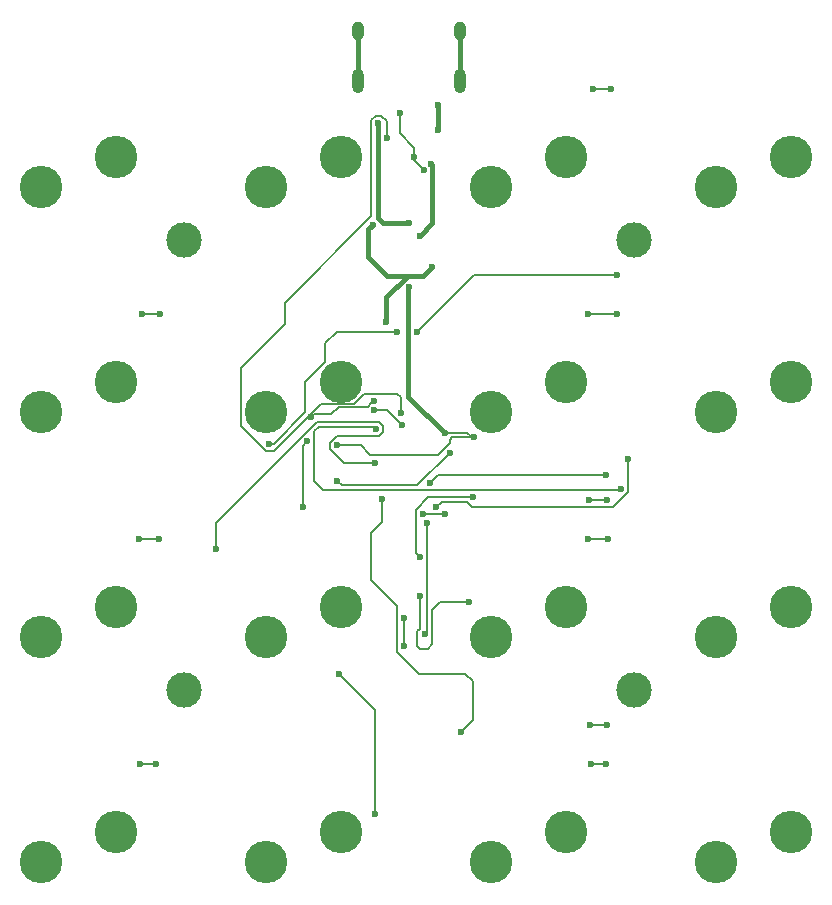
<source format=gbr>
%TF.GenerationSoftware,KiCad,Pcbnew,8.0.8*%
%TF.CreationDate,2025-02-19T09:22:26+05:45*%
%TF.ProjectId,MacroPad PCB,4d616372-6f50-4616-9420-5043422e6b69,rev?*%
%TF.SameCoordinates,Original*%
%TF.FileFunction,Copper,L1,Top*%
%TF.FilePolarity,Positive*%
%FSLAX46Y46*%
G04 Gerber Fmt 4.6, Leading zero omitted, Abs format (unit mm)*
G04 Created by KiCad (PCBNEW 8.0.8) date 2025-02-19 09:22:26*
%MOMM*%
%LPD*%
G01*
G04 APERTURE LIST*
%TA.AperFunction,ComponentPad*%
%ADD10C,3.000000*%
%TD*%
%TA.AperFunction,ComponentPad*%
%ADD11C,3.600000*%
%TD*%
%TA.AperFunction,ComponentPad*%
%ADD12O,1.000000X1.600000*%
%TD*%
%TA.AperFunction,ComponentPad*%
%ADD13O,1.000000X2.100000*%
%TD*%
%TA.AperFunction,ViaPad*%
%ADD14C,0.600000*%
%TD*%
%TA.AperFunction,Conductor*%
%ADD15C,0.200000*%
%TD*%
%TA.AperFunction,Conductor*%
%ADD16C,0.400000*%
%TD*%
G04 APERTURE END LIST*
D10*
%TO.P,,1*%
%TO.N,N/C*%
X73455118Y-41380000D03*
%TD*%
%TO.P,,1*%
%TO.N,N/C*%
X73455118Y-79480000D03*
%TD*%
%TO.P,,1*%
%TO.N,N/C*%
X35355118Y-41380000D03*
%TD*%
%TO.P,,1*%
%TO.N,N/C*%
X35355118Y-79480000D03*
%TD*%
D11*
%TO.P,S12,1,1*%
%TO.N,Column 4*%
X86790118Y-53445000D03*
%TO.P,S12,2,2*%
%TO.N,Net-(D12-A)*%
X80440118Y-55985000D03*
%TD*%
D12*
%TO.P,J1,S1,SHIELD*%
%TO.N,GND*%
X50085118Y-23730000D03*
D13*
X50085118Y-27910000D03*
D12*
X58725118Y-23730000D03*
D13*
X58725118Y-27910000D03*
%TD*%
D11*
%TO.P,S6,1,1*%
%TO.N,Column 2*%
X48690118Y-72495000D03*
%TO.P,S6,2,2*%
%TO.N,Net-(D6-A)*%
X42340118Y-75035000D03*
%TD*%
%TO.P,S9,1,1*%
%TO.N,Column 1*%
X29640118Y-53445000D03*
%TO.P,S9,2,2*%
%TO.N,Net-(D9-A)*%
X23290118Y-55985000D03*
%TD*%
%TO.P,S7,1,1*%
%TO.N,Column 3*%
X67740118Y-72495000D03*
%TO.P,S7,2,2*%
%TO.N,Net-(D7-A)*%
X61390118Y-75035000D03*
%TD*%
%TO.P,S3,1,1*%
%TO.N,Column 3*%
X67740118Y-91545000D03*
%TO.P,S3,2,2*%
%TO.N,Net-(D3-A)*%
X61390118Y-94085000D03*
%TD*%
%TO.P,S16,1,1*%
%TO.N,Column 4*%
X86790118Y-34395000D03*
%TO.P,S16,2,2*%
%TO.N,Net-(D16-A)*%
X80440118Y-36935000D03*
%TD*%
%TO.P,S14,1,1*%
%TO.N,Column 2*%
X48690118Y-34395000D03*
%TO.P,S14,2,2*%
%TO.N,Net-(D14-A)*%
X42340118Y-36935000D03*
%TD*%
%TO.P,S15,1,1*%
%TO.N,Column 3*%
X67740118Y-34395000D03*
%TO.P,S15,2,2*%
%TO.N,Net-(D15-A)*%
X61390118Y-36935000D03*
%TD*%
%TO.P,S11,1,1*%
%TO.N,Column 3*%
X67740118Y-53445000D03*
%TO.P,S11,2,2*%
%TO.N,Net-(D11-A)*%
X61390118Y-55985000D03*
%TD*%
%TO.P,S13,1,1*%
%TO.N,Column 1*%
X29640118Y-34395000D03*
%TO.P,S13,2,2*%
%TO.N,Net-(D13-A)*%
X23290118Y-36935000D03*
%TD*%
%TO.P,S10,1,1*%
%TO.N,Column 2*%
X48685118Y-53445000D03*
%TO.P,S10,2,2*%
%TO.N,Net-(D10-A)*%
X42335118Y-55985000D03*
%TD*%
%TO.P,S8,1,1*%
%TO.N,Column 4*%
X86790118Y-72495000D03*
%TO.P,S8,2,2*%
%TO.N,Net-(D8-A)*%
X80440118Y-75035000D03*
%TD*%
%TO.P,S1,1,1*%
%TO.N,Column 1*%
X29640118Y-91545000D03*
%TO.P,S1,2,2*%
%TO.N,Net-(D1-A)*%
X23290118Y-94085000D03*
%TD*%
%TO.P,S4,1,1*%
%TO.N,Column 4*%
X86790118Y-91545000D03*
%TO.P,S4,2,2*%
%TO.N,Net-(D4-A)*%
X80440118Y-94085000D03*
%TD*%
%TO.P,S2,1,1*%
%TO.N,Column 2*%
X48690118Y-91545000D03*
%TO.P,S2,2,2*%
%TO.N,Net-(D2-A)*%
X42340118Y-94085000D03*
%TD*%
%TO.P,S5,1,1*%
%TO.N,Column 1*%
X29640118Y-72495000D03*
%TO.P,S5,2,2*%
%TO.N,Net-(D5-A)*%
X23290118Y-75035000D03*
%TD*%
D14*
%TO.N,Net-(D1-A)*%
X33055118Y-85755000D03*
X31655118Y-85755000D03*
%TO.N,Net-(D3-A)*%
X71155118Y-85755000D03*
X69830118Y-85755000D03*
%TO.N,Net-(D5-A)*%
X31605118Y-66705000D03*
X33305118Y-66705000D03*
%TO.N,Net-(D7-A)*%
X69605118Y-66705000D03*
X71280118Y-66705000D03*
%TO.N,Net-(D9-A)*%
X31815118Y-47655000D03*
X33380118Y-47655000D03*
%TO.N,Net-(D11-A)*%
X72030118Y-47655000D03*
X69605118Y-47655000D03*
%TO.N,Net-(D15-A)*%
X71505118Y-28605000D03*
X70055118Y-28605000D03*
%TO.N,GND*%
X59830118Y-63180000D03*
X59505118Y-72090000D03*
X51355118Y-40130000D03*
X57905118Y-59405000D03*
X48380118Y-61780000D03*
X54405118Y-39980000D03*
X55392017Y-68257735D03*
X56405118Y-43705000D03*
X52530118Y-48380000D03*
X51855118Y-31480000D03*
X55392017Y-71543371D03*
%TO.N,+3V3*%
X57455118Y-57735000D03*
X54055118Y-73410000D03*
X54055118Y-75740000D03*
X54405118Y-45380000D03*
X48380118Y-58805000D03*
X59905118Y-58105000D03*
%TO.N,+5V*%
X55355118Y-41030000D03*
X56305118Y-34930000D03*
%TO.N,VBUS*%
X56921543Y-30013575D03*
X56905118Y-32130000D03*
%TO.N,D+*%
X53639726Y-30614608D03*
X55725093Y-35499975D03*
X54855118Y-34380000D03*
%TO.N,BOOT0*%
X55955118Y-65405000D03*
X55755118Y-74780000D03*
%TO.N,Row 1*%
X38080118Y-67530000D03*
X69780118Y-82455000D03*
X51555118Y-60255000D03*
X71180118Y-82455000D03*
%TO.N,Row 2*%
X69705118Y-63380000D03*
X71180118Y-63380000D03*
%TO.N,Row 3*%
X53405118Y-49180000D03*
X57505118Y-64630000D03*
X42605118Y-58655000D03*
X55605118Y-64580000D03*
X72055118Y-44355000D03*
X55080118Y-49180000D03*
X56230118Y-61955000D03*
X71115118Y-61330000D03*
%TO.N,Row 4*%
X73005118Y-59955000D03*
X56758766Y-64030000D03*
%TO.N,Column 1*%
X53855118Y-57055000D03*
X51505118Y-55805000D03*
%TO.N,Column 2*%
X51505118Y-55004997D03*
X45805118Y-58462841D03*
X48530853Y-78180735D03*
X46173797Y-56397107D03*
X53729383Y-56080735D03*
X52555118Y-32778527D03*
X45455118Y-64005000D03*
X51555118Y-90030000D03*
%TO.N,Column 3*%
X52155118Y-63305000D03*
X58830118Y-83055000D03*
%TO.N,Column 4*%
X72355118Y-62530000D03*
X51655118Y-57380000D03*
%TD*%
D15*
%TO.N,Net-(D1-A)*%
X31655118Y-85755000D02*
X33055118Y-85755000D01*
%TO.N,Net-(D3-A)*%
X69830118Y-85755000D02*
X71155118Y-85755000D01*
%TO.N,Net-(D5-A)*%
X31605118Y-66705000D02*
X33305118Y-66705000D01*
%TO.N,Net-(D7-A)*%
X69605118Y-66705000D02*
X71280118Y-66705000D01*
%TO.N,Net-(D9-A)*%
X33380118Y-47655000D02*
X31815118Y-47655000D01*
%TO.N,Net-(D11-A)*%
X69605118Y-47655000D02*
X72030118Y-47655000D01*
%TO.N,Net-(D15-A)*%
X70055118Y-28605000D02*
X71505118Y-28605000D01*
D16*
%TO.N,GND*%
X54405118Y-39980000D02*
X52255118Y-39980000D01*
X52255118Y-39980000D02*
X51855118Y-39580000D01*
D15*
X55155118Y-75770000D02*
X55155118Y-74531471D01*
X59505118Y-72090000D02*
X57055118Y-72090000D01*
D16*
X55655118Y-44455000D02*
X56405118Y-43705000D01*
D15*
X56080118Y-63180000D02*
X59830118Y-63180000D01*
X55392017Y-68257735D02*
X55005118Y-67870836D01*
D16*
X50980118Y-40505000D02*
X50980118Y-42855000D01*
D15*
X55005118Y-64255000D02*
X56080118Y-63180000D01*
X55375118Y-71560270D02*
X55392017Y-71543371D01*
X48755118Y-62155000D02*
X48380118Y-61780000D01*
X56392017Y-72753101D02*
X56392017Y-75653101D01*
D16*
X51355118Y-40130000D02*
X50980118Y-40505000D01*
D15*
X55395118Y-76010000D02*
X55155118Y-75770000D01*
D16*
X50980118Y-42855000D02*
X52580118Y-44455000D01*
X50085118Y-27910000D02*
X50085118Y-23730000D01*
D15*
X55155118Y-62155000D02*
X48905118Y-62155000D01*
D16*
X54340168Y-44455000D02*
X52530118Y-46265050D01*
X58725118Y-27910000D02*
X58725118Y-23730000D01*
D15*
X48905118Y-62155000D02*
X48755118Y-62155000D01*
X56392017Y-75653101D02*
X56035118Y-76010000D01*
X57055118Y-72090000D02*
X56392017Y-72753101D01*
D16*
X51855118Y-39580000D02*
X51855118Y-31480000D01*
D15*
X57905118Y-59405000D02*
X55155118Y-62155000D01*
X55375118Y-74311471D02*
X55375118Y-71560270D01*
X55005118Y-67870836D02*
X55005118Y-64255000D01*
D16*
X52580118Y-44455000D02*
X54230118Y-44455000D01*
D15*
X55155118Y-74531471D02*
X55375118Y-74311471D01*
D16*
X55655118Y-44455000D02*
X54340168Y-44455000D01*
X54230118Y-44455000D02*
X55655118Y-44455000D01*
X52530118Y-46265050D02*
X52530118Y-48380000D01*
D15*
X56035118Y-76010000D02*
X55395118Y-76010000D01*
%TO.N,+3V3*%
X59905118Y-58105000D02*
X58105118Y-58105000D01*
X51130118Y-59580000D02*
X50355118Y-58805000D01*
X56881589Y-59580000D02*
X51130118Y-59580000D01*
X57905118Y-58305000D02*
X57905118Y-58556471D01*
X50355118Y-58805000D02*
X48380118Y-58805000D01*
X59755118Y-58105000D02*
X59385118Y-57735000D01*
X59905118Y-58105000D02*
X59755118Y-58105000D01*
D16*
X54405118Y-45380000D02*
X54380118Y-45405000D01*
X54380118Y-54660000D02*
X57455118Y-57735000D01*
D15*
X54055118Y-73410000D02*
X54055118Y-75740000D01*
X59385118Y-57735000D02*
X57455118Y-57735000D01*
D16*
X54380118Y-45405000D02*
X54380118Y-54660000D01*
D15*
X57905118Y-58556471D02*
X56881589Y-59580000D01*
X58105118Y-58105000D02*
X57905118Y-58305000D01*
D16*
%TO.N,+5V*%
X56305118Y-34930000D02*
X56425093Y-35049975D01*
X56425093Y-35049975D02*
X56425093Y-39960025D01*
X56425093Y-39960025D02*
X55355118Y-41030000D01*
%TO.N,VBUS*%
X56921543Y-30013575D02*
X56921543Y-32113575D01*
X56921543Y-32113575D02*
X56905118Y-32130000D01*
D15*
%TO.N,D+*%
X53639726Y-32364608D02*
X54855118Y-33580000D01*
X54855118Y-34380000D02*
X54855118Y-34630000D01*
X54855118Y-34630000D02*
X55725093Y-35499975D01*
X53639726Y-30614608D02*
X53639726Y-32364608D01*
X54855118Y-33580000D02*
X54855118Y-34380000D01*
%TO.N,BOOT0*%
X55955118Y-65405000D02*
X55955118Y-67972307D01*
X55992017Y-68009206D02*
X55992017Y-74543101D01*
X55992017Y-74543101D02*
X55755118Y-74780000D01*
X55955118Y-67972307D02*
X55992017Y-68009206D01*
%TO.N,Row 1*%
X38080118Y-67530000D02*
X38080118Y-65339314D01*
X51903647Y-56780000D02*
X52255118Y-57131471D01*
X46639432Y-56780000D02*
X51903647Y-56780000D01*
X47780118Y-59105000D02*
X48930118Y-60255000D01*
X69780118Y-82455000D02*
X71180118Y-82455000D01*
X51903647Y-57980000D02*
X48356589Y-57980000D01*
X48930118Y-60255000D02*
X51555118Y-60255000D01*
X48356589Y-57980000D02*
X47780118Y-58556471D01*
X52255118Y-57628529D02*
X51903647Y-57980000D01*
X52255118Y-57131471D02*
X52255118Y-57628529D01*
X38080118Y-65339314D02*
X46639432Y-56780000D01*
X47780118Y-58556471D02*
X47780118Y-59105000D01*
%TO.N,Row 2*%
X69705118Y-63380000D02*
X71180118Y-63380000D01*
%TO.N,Row 3*%
X55655118Y-64630000D02*
X57505118Y-64630000D01*
X43005118Y-58655000D02*
X45655118Y-56005000D01*
X55605118Y-64580000D02*
X55655118Y-64630000D01*
X42605118Y-58655000D02*
X43005118Y-58655000D01*
X48305118Y-49180000D02*
X53405118Y-49180000D01*
X45655118Y-53448402D02*
X47355118Y-51748402D01*
X55080118Y-49180000D02*
X59905118Y-44355000D01*
X47355118Y-50130000D02*
X48305118Y-49180000D01*
X45655118Y-56005000D02*
X45655118Y-53448402D01*
X56855118Y-61330000D02*
X56230118Y-61955000D01*
X71115118Y-61330000D02*
X56855118Y-61330000D01*
X59905118Y-44355000D02*
X72055118Y-44355000D01*
X47355118Y-51748402D02*
X47355118Y-50130000D01*
%TO.N,Row 4*%
X71753647Y-63980000D02*
X59781589Y-63980000D01*
X59381589Y-63580000D02*
X57208766Y-63580000D01*
X57208766Y-63580000D02*
X56758766Y-64030000D01*
X73005118Y-62728529D02*
X71753647Y-63980000D01*
X73005118Y-59955000D02*
X73005118Y-62728529D01*
X59781589Y-63980000D02*
X59381589Y-63580000D01*
%TO.N,Column 1*%
X51505118Y-55805000D02*
X52605118Y-55805000D01*
X52605118Y-55805000D02*
X53855118Y-57055000D01*
%TO.N,Column 2*%
X50630118Y-54430000D02*
X53443011Y-54430000D01*
X43901716Y-48555000D02*
X40235118Y-52221598D01*
X49805118Y-55255000D02*
X50630118Y-54430000D01*
X53730118Y-56080000D02*
X53729383Y-56080735D01*
X46173797Y-56397107D02*
X46390904Y-56180000D01*
X43901716Y-46734873D02*
X43901716Y-48555000D01*
X51606589Y-30880000D02*
X51255118Y-31231471D01*
X51555118Y-81205000D02*
X51555118Y-90030000D01*
X52103647Y-30880000D02*
X51606589Y-30880000D01*
X52555118Y-31331471D02*
X52103647Y-30880000D01*
X45455118Y-64005000D02*
X45455118Y-58812841D01*
X50956589Y-55505000D02*
X51256589Y-55205000D01*
X48530853Y-78180735D02*
X51555118Y-81205000D01*
X42356589Y-59255000D02*
X42970804Y-59255000D01*
X51255118Y-31231471D02*
X51255118Y-39381471D01*
X45455118Y-58812841D02*
X45805118Y-58462841D01*
X51256589Y-55205000D02*
X51305115Y-55205000D01*
X53730118Y-54717107D02*
X53730118Y-56080000D01*
X51255118Y-39381471D02*
X43901716Y-46734873D01*
X40235118Y-57133529D02*
X42356589Y-59255000D01*
X48530118Y-55505000D02*
X50956589Y-55505000D01*
X47855118Y-56180000D02*
X48530118Y-55505000D01*
X42970804Y-59255000D02*
X46970804Y-55255000D01*
X46390904Y-56180000D02*
X47855118Y-56180000D01*
X53443011Y-54430000D02*
X53730118Y-54717107D01*
X51305115Y-55205000D02*
X51505118Y-55004997D01*
X40235118Y-52221598D02*
X40235118Y-57133529D01*
X46970804Y-55255000D02*
X49805118Y-55255000D01*
X52555118Y-32778527D02*
X52555118Y-31331471D01*
%TO.N,Column 3*%
X59185118Y-78130000D02*
X59835118Y-78780000D01*
X55255118Y-78130000D02*
X59185118Y-78130000D01*
X52155118Y-63305000D02*
X52155118Y-65280000D01*
X59835118Y-78780000D02*
X59835118Y-82050000D01*
X51230118Y-66205000D02*
X51230118Y-70180000D01*
X53455118Y-76330000D02*
X55255118Y-78130000D01*
X52155118Y-65280000D02*
X51230118Y-66205000D01*
X53455118Y-72405000D02*
X53455118Y-76330000D01*
X51230118Y-70180000D02*
X53455118Y-72405000D01*
X59835118Y-82050000D02*
X58830118Y-83055000D01*
%TO.N,Column 4*%
X46380118Y-57605000D02*
X46780118Y-57205000D01*
X51480118Y-57205000D02*
X51655118Y-57380000D01*
X72355118Y-62530000D02*
X72330118Y-62555000D01*
X47155118Y-62555000D02*
X46405118Y-61805000D01*
X46405118Y-57630000D02*
X46380118Y-57605000D01*
X46405118Y-61805000D02*
X46405118Y-57630000D01*
X46780118Y-57205000D02*
X51480118Y-57205000D01*
X72330118Y-62555000D02*
X47155118Y-62555000D01*
%TD*%
M02*

</source>
